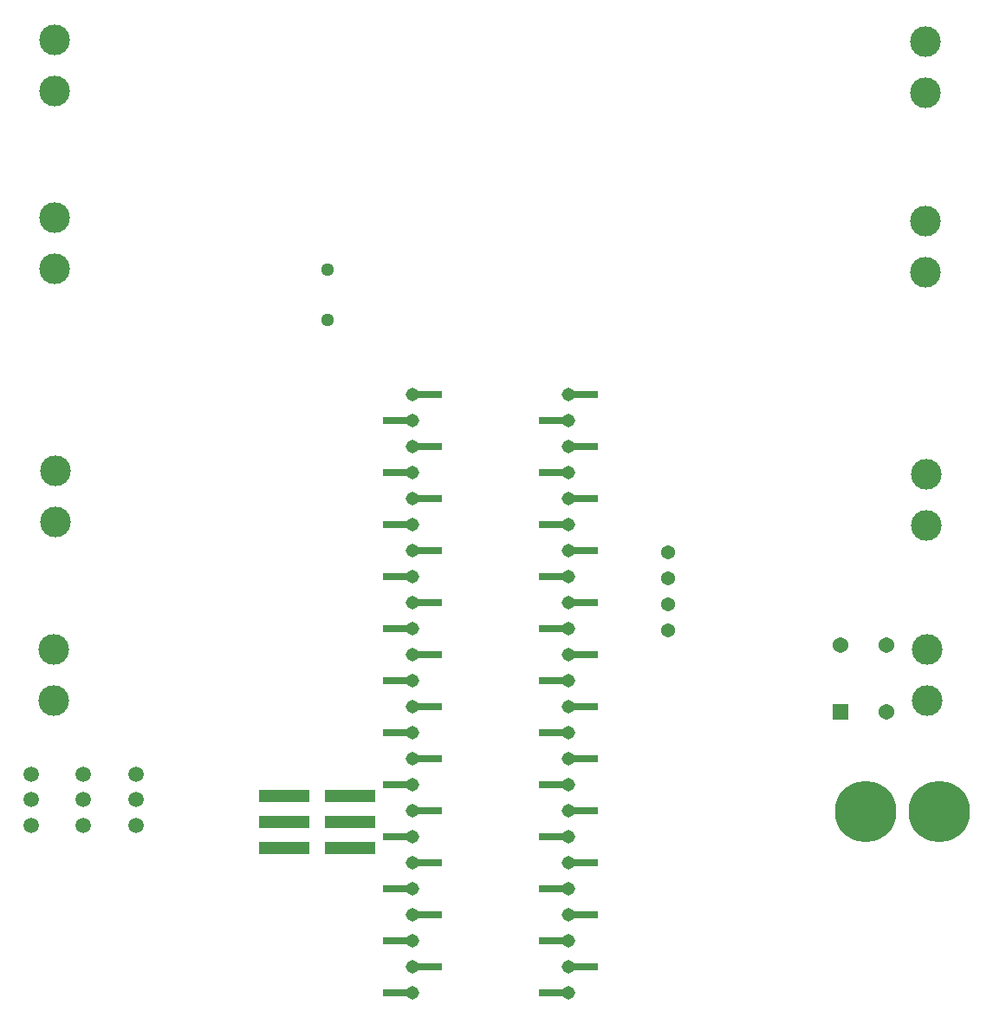
<source format=gbr>
G04*
G04 #@! TF.GenerationSoftware,Altium Limited,Altium Designer,25.4.2 (15)*
G04*
G04 Layer_Color=255*
%FSLAX44Y44*%
%MOMM*%
G71*
G04*
G04 #@! TF.SameCoordinates,CE8B7503-BC5D-454C-BBEA-07EE3AA0370F*
G04*
G04*
G04 #@! TF.FilePolarity,Positive*
G04*
G01*
G75*
%ADD23R,5.0000X1.2500*%
%ADD56C,1.5400*%
%ADD57R,1.5400X1.5400*%
%ADD71C,1.3080*%
%ADD72C,1.2800*%
%ADD73C,3.0000*%
%ADD74C,1.5080*%
%ADD75C,1.3700*%
%ADD76C,6.0000*%
%ADD78R,2.4000X0.8000*%
D23*
X962500Y634600D02*
D03*
Y685400D02*
D03*
Y660000D02*
D03*
X897750Y685400D02*
D03*
Y660000D02*
D03*
Y634600D02*
D03*
D56*
X1486500Y832500D02*
D03*
Y767500D02*
D03*
X1441500Y832500D02*
D03*
D57*
Y767500D02*
D03*
D71*
X1175500Y493200D02*
D03*
Y518600D02*
D03*
X1023100Y848800D02*
D03*
X1175500Y544000D02*
D03*
Y569400D02*
D03*
Y594800D02*
D03*
Y620200D02*
D03*
Y645600D02*
D03*
Y671000D02*
D03*
Y696400D02*
D03*
Y721800D02*
D03*
Y747200D02*
D03*
Y772600D02*
D03*
Y798000D02*
D03*
Y823400D02*
D03*
X1023100D02*
D03*
Y798000D02*
D03*
Y772600D02*
D03*
Y747200D02*
D03*
Y721800D02*
D03*
Y696400D02*
D03*
Y671000D02*
D03*
Y645600D02*
D03*
Y620200D02*
D03*
Y594800D02*
D03*
Y569400D02*
D03*
Y544000D02*
D03*
Y518600D02*
D03*
Y493200D02*
D03*
X1175500Y874200D02*
D03*
Y899600D02*
D03*
Y925000D02*
D03*
Y950400D02*
D03*
Y975800D02*
D03*
Y1001200D02*
D03*
Y1026600D02*
D03*
Y1052000D02*
D03*
Y1077400D02*
D03*
X1023100D02*
D03*
Y1052000D02*
D03*
Y1026600D02*
D03*
Y1001200D02*
D03*
Y975800D02*
D03*
Y950400D02*
D03*
Y925000D02*
D03*
Y899600D02*
D03*
Y874200D02*
D03*
X1175500Y848800D02*
D03*
D72*
X940000Y1199130D02*
D03*
Y1150000D02*
D03*
D73*
X674000Y1374000D02*
D03*
Y1424000D02*
D03*
X1526000Y829000D02*
D03*
Y779000D02*
D03*
X1525000Y1372000D02*
D03*
Y1422000D02*
D03*
X674000Y1250500D02*
D03*
Y1200500D02*
D03*
X1525000Y1246750D02*
D03*
Y1196750D02*
D03*
X674250Y1003000D02*
D03*
Y953000D02*
D03*
X1525250Y999500D02*
D03*
Y949500D02*
D03*
X673000Y829000D02*
D03*
Y779000D02*
D03*
D74*
X651000Y707000D02*
D03*
Y657000D02*
D03*
X651000Y682000D02*
D03*
X702000Y707000D02*
D03*
Y657000D02*
D03*
X702000Y682000D02*
D03*
X753000Y707000D02*
D03*
Y657000D02*
D03*
X753000Y682000D02*
D03*
D75*
X1273000Y923400D02*
D03*
Y847200D02*
D03*
Y872600D02*
D03*
Y898000D02*
D03*
D76*
X1466000Y670000D02*
D03*
X1538000D02*
D03*
D78*
X1006000Y493200D02*
D03*
X1040000Y518600D02*
D03*
X1006000Y544000D02*
D03*
X1040000Y569400D02*
D03*
X1006000Y594800D02*
D03*
X1040000Y620200D02*
D03*
X1006000Y645600D02*
D03*
X1040000Y671000D02*
D03*
X1006000Y696400D02*
D03*
X1040000Y721800D02*
D03*
X1006000Y747200D02*
D03*
X1040000Y772600D02*
D03*
X1006000Y798000D02*
D03*
X1040000Y823400D02*
D03*
X1006000Y848800D02*
D03*
X1040000Y874200D02*
D03*
X1006000Y899600D02*
D03*
X1040000Y925000D02*
D03*
X1006000Y950400D02*
D03*
X1040000Y975800D02*
D03*
X1006000Y1001200D02*
D03*
X1040000Y1026600D02*
D03*
X1006000Y1052000D02*
D03*
X1040000Y1077400D02*
D03*
X1192500D02*
D03*
X1158500Y1052000D02*
D03*
X1192500Y1026600D02*
D03*
X1158500Y1001200D02*
D03*
X1192500Y975800D02*
D03*
X1158500Y950400D02*
D03*
X1192500Y925000D02*
D03*
X1158500Y899600D02*
D03*
X1192500Y874200D02*
D03*
X1158500Y848800D02*
D03*
X1192500Y823400D02*
D03*
X1158500Y798000D02*
D03*
X1192500Y772600D02*
D03*
X1158500Y747200D02*
D03*
X1192500Y721800D02*
D03*
X1158500Y696400D02*
D03*
X1192500Y671000D02*
D03*
X1158500Y645600D02*
D03*
X1192500Y620200D02*
D03*
X1158500Y594800D02*
D03*
X1192500Y569400D02*
D03*
X1158500Y544000D02*
D03*
X1192500Y518600D02*
D03*
X1158500Y493200D02*
D03*
M02*

</source>
